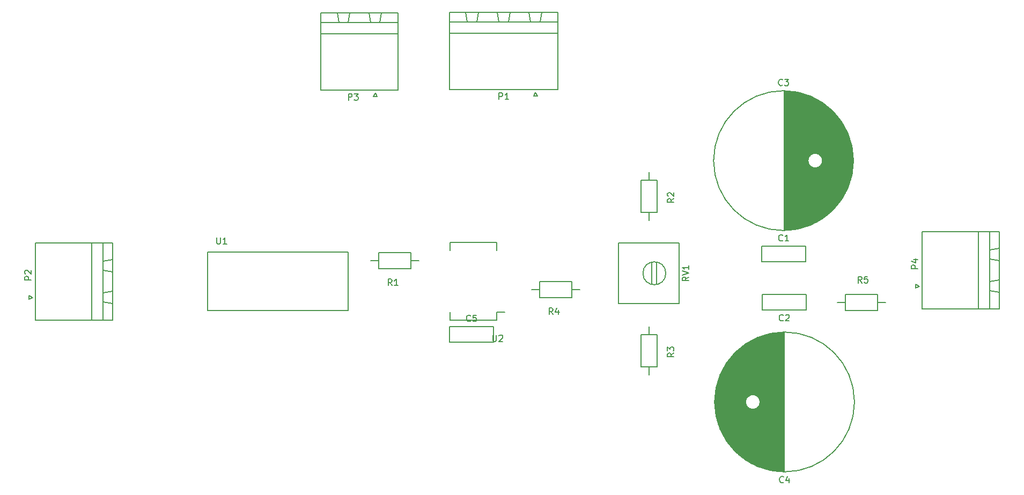
<source format=gbr>
G04 #@! TF.FileFunction,Legend,Top*
%FSLAX46Y46*%
G04 Gerber Fmt 4.6, Leading zero omitted, Abs format (unit mm)*
G04 Created by KiCad (PCBNEW 4.0.4-stable) date 2016 December 04, Sunday 22:34:29*
%MOMM*%
%LPD*%
G01*
G04 APERTURE LIST*
%ADD10C,0.100000*%
%ADD11C,0.150000*%
G04 APERTURE END LIST*
D10*
D11*
X184928000Y-102382000D02*
X191928000Y-102382000D01*
X191928000Y-102382000D02*
X191928000Y-104882000D01*
X191928000Y-104882000D02*
X184928000Y-104882000D01*
X184928000Y-104882000D02*
X184928000Y-102382000D01*
X192008000Y-112502000D02*
X185008000Y-112502000D01*
X185008000Y-112502000D02*
X185008000Y-110002000D01*
X185008000Y-110002000D02*
X192008000Y-110002000D01*
X192008000Y-110002000D02*
X192008000Y-112502000D01*
X188463000Y-77900000D02*
X188463000Y-99900000D01*
X188603000Y-77902000D02*
X188603000Y-99898000D01*
X188743000Y-77906000D02*
X188743000Y-99894000D01*
X188883000Y-77911000D02*
X188883000Y-99889000D01*
X189023000Y-77918000D02*
X189023000Y-99882000D01*
X189163000Y-77927000D02*
X189163000Y-99873000D01*
X189303000Y-77938000D02*
X189303000Y-99862000D01*
X189443000Y-77951000D02*
X189443000Y-99849000D01*
X189583000Y-77965000D02*
X189583000Y-99835000D01*
X189723000Y-77981000D02*
X189723000Y-99819000D01*
X189863000Y-77999000D02*
X189863000Y-99801000D01*
X190003000Y-78019000D02*
X190003000Y-99781000D01*
X190143000Y-78041000D02*
X190143000Y-99759000D01*
X190283000Y-78064000D02*
X190283000Y-99736000D01*
X190423000Y-78090000D02*
X190423000Y-99710000D01*
X190563000Y-78117000D02*
X190563000Y-99683000D01*
X190703000Y-78146000D02*
X190703000Y-99654000D01*
X190843000Y-78177000D02*
X190843000Y-99623000D01*
X190983000Y-78210000D02*
X190983000Y-99590000D01*
X191123000Y-78245000D02*
X191123000Y-99555000D01*
X191263000Y-78282000D02*
X191263000Y-99518000D01*
X191403000Y-78321000D02*
X191403000Y-99479000D01*
X191543000Y-78362000D02*
X191543000Y-99438000D01*
X191683000Y-78405000D02*
X191683000Y-99395000D01*
X191823000Y-78450000D02*
X191823000Y-99350000D01*
X191963000Y-78497000D02*
X191963000Y-99303000D01*
X192103000Y-78546000D02*
X192103000Y-99254000D01*
X192243000Y-78598000D02*
X192243000Y-88793000D01*
X192243000Y-89007000D02*
X192243000Y-99202000D01*
X192383000Y-78651000D02*
X192383000Y-88341000D01*
X192383000Y-89459000D02*
X192383000Y-99149000D01*
X192523000Y-78707000D02*
X192523000Y-88142000D01*
X192523000Y-89658000D02*
X192523000Y-99093000D01*
X192663000Y-78765000D02*
X192663000Y-88007000D01*
X192663000Y-89793000D02*
X192663000Y-99035000D01*
X192803000Y-78825000D02*
X192803000Y-87910000D01*
X192803000Y-89890000D02*
X192803000Y-98975000D01*
X192943000Y-78887000D02*
X192943000Y-87840000D01*
X192943000Y-89960000D02*
X192943000Y-98913000D01*
X193083000Y-78952000D02*
X193083000Y-87791000D01*
X193083000Y-90009000D02*
X193083000Y-98848000D01*
X193223000Y-79020000D02*
X193223000Y-87762000D01*
X193223000Y-90038000D02*
X193223000Y-98780000D01*
X193363000Y-79089000D02*
X193363000Y-87750000D01*
X193363000Y-90050000D02*
X193363000Y-98711000D01*
X193503000Y-79162000D02*
X193503000Y-87756000D01*
X193503000Y-90044000D02*
X193503000Y-98638000D01*
X193643000Y-79236000D02*
X193643000Y-87779000D01*
X193643000Y-90021000D02*
X193643000Y-98564000D01*
X193783000Y-79314000D02*
X193783000Y-87820000D01*
X193783000Y-89980000D02*
X193783000Y-98486000D01*
X193923000Y-79394000D02*
X193923000Y-87882000D01*
X193923000Y-89918000D02*
X193923000Y-98406000D01*
X194063000Y-79477000D02*
X194063000Y-87969000D01*
X194063000Y-89831000D02*
X194063000Y-98323000D01*
X194203000Y-79563000D02*
X194203000Y-88089000D01*
X194203000Y-89711000D02*
X194203000Y-98237000D01*
X194343000Y-79651000D02*
X194343000Y-88259000D01*
X194343000Y-89541000D02*
X194343000Y-98149000D01*
X194483000Y-79743000D02*
X194483000Y-88549000D01*
X194483000Y-89251000D02*
X194483000Y-98057000D01*
X194623000Y-79838000D02*
X194623000Y-97962000D01*
X194763000Y-79936000D02*
X194763000Y-97864000D01*
X194903000Y-80037000D02*
X194903000Y-97763000D01*
X195043000Y-80142000D02*
X195043000Y-97658000D01*
X195183000Y-80250000D02*
X195183000Y-97550000D01*
X195323000Y-80362000D02*
X195323000Y-97438000D01*
X195463000Y-80477000D02*
X195463000Y-97323000D01*
X195603000Y-80597000D02*
X195603000Y-97203000D01*
X195743000Y-80721000D02*
X195743000Y-97079000D01*
X195883000Y-80849000D02*
X195883000Y-96951000D01*
X196023000Y-80981000D02*
X196023000Y-96819000D01*
X196163000Y-81119000D02*
X196163000Y-96681000D01*
X196303000Y-81261000D02*
X196303000Y-96539000D01*
X196443000Y-81409000D02*
X196443000Y-96391000D01*
X196583000Y-81562000D02*
X196583000Y-96238000D01*
X196723000Y-81722000D02*
X196723000Y-96078000D01*
X196863000Y-81888000D02*
X196863000Y-95912000D01*
X197003000Y-82060000D02*
X197003000Y-95740000D01*
X197143000Y-82240000D02*
X197143000Y-95560000D01*
X197283000Y-82429000D02*
X197283000Y-95371000D01*
X197423000Y-82626000D02*
X197423000Y-95174000D01*
X197563000Y-82832000D02*
X197563000Y-94968000D01*
X197703000Y-83049000D02*
X197703000Y-94751000D01*
X197843000Y-83278000D02*
X197843000Y-94522000D01*
X197983000Y-83521000D02*
X197983000Y-94279000D01*
X198123000Y-83778000D02*
X198123000Y-94022000D01*
X198263000Y-84054000D02*
X198263000Y-93746000D01*
X198403000Y-84350000D02*
X198403000Y-93450000D01*
X198543000Y-84672000D02*
X198543000Y-93128000D01*
X198683000Y-85025000D02*
X198683000Y-92775000D01*
X198823000Y-85420000D02*
X198823000Y-92380000D01*
X198963000Y-85872000D02*
X198963000Y-91928000D01*
X199103000Y-86412000D02*
X199103000Y-91388000D01*
X199243000Y-87120000D02*
X199243000Y-90680000D01*
X199383000Y-88568000D02*
X199383000Y-89232000D01*
X194538000Y-88900000D02*
G75*
G03X194538000Y-88900000I-1150000J0D01*
G01*
X199425500Y-88900000D02*
G75*
G03X199425500Y-88900000I-11037500J0D01*
G01*
X188473000Y-138000000D02*
X188473000Y-116000000D01*
X188333000Y-137998000D02*
X188333000Y-116002000D01*
X188193000Y-137994000D02*
X188193000Y-116006000D01*
X188053000Y-137989000D02*
X188053000Y-116011000D01*
X187913000Y-137982000D02*
X187913000Y-116018000D01*
X187773000Y-137973000D02*
X187773000Y-116027000D01*
X187633000Y-137962000D02*
X187633000Y-116038000D01*
X187493000Y-137949000D02*
X187493000Y-116051000D01*
X187353000Y-137935000D02*
X187353000Y-116065000D01*
X187213000Y-137919000D02*
X187213000Y-116081000D01*
X187073000Y-137901000D02*
X187073000Y-116099000D01*
X186933000Y-137881000D02*
X186933000Y-116119000D01*
X186793000Y-137859000D02*
X186793000Y-116141000D01*
X186653000Y-137836000D02*
X186653000Y-116164000D01*
X186513000Y-137810000D02*
X186513000Y-116190000D01*
X186373000Y-137783000D02*
X186373000Y-116217000D01*
X186233000Y-137754000D02*
X186233000Y-116246000D01*
X186093000Y-137723000D02*
X186093000Y-116277000D01*
X185953000Y-137690000D02*
X185953000Y-116310000D01*
X185813000Y-137655000D02*
X185813000Y-116345000D01*
X185673000Y-137618000D02*
X185673000Y-116382000D01*
X185533000Y-137579000D02*
X185533000Y-116421000D01*
X185393000Y-137538000D02*
X185393000Y-116462000D01*
X185253000Y-137495000D02*
X185253000Y-116505000D01*
X185113000Y-137450000D02*
X185113000Y-116550000D01*
X184973000Y-137403000D02*
X184973000Y-116597000D01*
X184833000Y-137354000D02*
X184833000Y-116646000D01*
X184693000Y-137302000D02*
X184693000Y-127107000D01*
X184693000Y-126893000D02*
X184693000Y-116698000D01*
X184553000Y-137249000D02*
X184553000Y-127559000D01*
X184553000Y-126441000D02*
X184553000Y-116751000D01*
X184413000Y-137193000D02*
X184413000Y-127758000D01*
X184413000Y-126242000D02*
X184413000Y-116807000D01*
X184273000Y-137135000D02*
X184273000Y-127893000D01*
X184273000Y-126107000D02*
X184273000Y-116865000D01*
X184133000Y-137075000D02*
X184133000Y-127990000D01*
X184133000Y-126010000D02*
X184133000Y-116925000D01*
X183993000Y-137013000D02*
X183993000Y-128060000D01*
X183993000Y-125940000D02*
X183993000Y-116987000D01*
X183853000Y-136948000D02*
X183853000Y-128109000D01*
X183853000Y-125891000D02*
X183853000Y-117052000D01*
X183713000Y-136880000D02*
X183713000Y-128138000D01*
X183713000Y-125862000D02*
X183713000Y-117120000D01*
X183573000Y-136811000D02*
X183573000Y-128150000D01*
X183573000Y-125850000D02*
X183573000Y-117189000D01*
X183433000Y-136738000D02*
X183433000Y-128144000D01*
X183433000Y-125856000D02*
X183433000Y-117262000D01*
X183293000Y-136664000D02*
X183293000Y-128121000D01*
X183293000Y-125879000D02*
X183293000Y-117336000D01*
X183153000Y-136586000D02*
X183153000Y-128080000D01*
X183153000Y-125920000D02*
X183153000Y-117414000D01*
X183013000Y-136506000D02*
X183013000Y-128018000D01*
X183013000Y-125982000D02*
X183013000Y-117494000D01*
X182873000Y-136423000D02*
X182873000Y-127931000D01*
X182873000Y-126069000D02*
X182873000Y-117577000D01*
X182733000Y-136337000D02*
X182733000Y-127811000D01*
X182733000Y-126189000D02*
X182733000Y-117663000D01*
X182593000Y-136249000D02*
X182593000Y-127641000D01*
X182593000Y-126359000D02*
X182593000Y-117751000D01*
X182453000Y-136157000D02*
X182453000Y-127351000D01*
X182453000Y-126649000D02*
X182453000Y-117843000D01*
X182313000Y-136062000D02*
X182313000Y-117938000D01*
X182173000Y-135964000D02*
X182173000Y-118036000D01*
X182033000Y-135863000D02*
X182033000Y-118137000D01*
X181893000Y-135758000D02*
X181893000Y-118242000D01*
X181753000Y-135650000D02*
X181753000Y-118350000D01*
X181613000Y-135538000D02*
X181613000Y-118462000D01*
X181473000Y-135423000D02*
X181473000Y-118577000D01*
X181333000Y-135303000D02*
X181333000Y-118697000D01*
X181193000Y-135179000D02*
X181193000Y-118821000D01*
X181053000Y-135051000D02*
X181053000Y-118949000D01*
X180913000Y-134919000D02*
X180913000Y-119081000D01*
X180773000Y-134781000D02*
X180773000Y-119219000D01*
X180633000Y-134639000D02*
X180633000Y-119361000D01*
X180493000Y-134491000D02*
X180493000Y-119509000D01*
X180353000Y-134338000D02*
X180353000Y-119662000D01*
X180213000Y-134178000D02*
X180213000Y-119822000D01*
X180073000Y-134012000D02*
X180073000Y-119988000D01*
X179933000Y-133840000D02*
X179933000Y-120160000D01*
X179793000Y-133660000D02*
X179793000Y-120340000D01*
X179653000Y-133471000D02*
X179653000Y-120529000D01*
X179513000Y-133274000D02*
X179513000Y-120726000D01*
X179373000Y-133068000D02*
X179373000Y-120932000D01*
X179233000Y-132851000D02*
X179233000Y-121149000D01*
X179093000Y-132622000D02*
X179093000Y-121378000D01*
X178953000Y-132379000D02*
X178953000Y-121621000D01*
X178813000Y-132122000D02*
X178813000Y-121878000D01*
X178673000Y-131846000D02*
X178673000Y-122154000D01*
X178533000Y-131550000D02*
X178533000Y-122450000D01*
X178393000Y-131228000D02*
X178393000Y-122772000D01*
X178253000Y-130875000D02*
X178253000Y-123125000D01*
X178113000Y-130480000D02*
X178113000Y-123520000D01*
X177973000Y-130028000D02*
X177973000Y-123972000D01*
X177833000Y-129488000D02*
X177833000Y-124512000D01*
X177693000Y-128780000D02*
X177693000Y-125220000D01*
X177553000Y-127332000D02*
X177553000Y-126668000D01*
X184698000Y-127000000D02*
G75*
G03X184698000Y-127000000I-1150000J0D01*
G01*
X199585500Y-127000000D02*
G75*
G03X199585500Y-127000000I-11037500J0D01*
G01*
X135652000Y-115082000D02*
X142652000Y-115082000D01*
X142652000Y-115082000D02*
X142652000Y-117582000D01*
X142652000Y-117582000D02*
X135652000Y-117582000D01*
X135652000Y-117582000D02*
X135652000Y-115082000D01*
X152805000Y-77645000D02*
X152805000Y-65485000D01*
X152805000Y-65485000D02*
X135645000Y-65485000D01*
X135645000Y-65485000D02*
X135645000Y-77645000D01*
X135645000Y-77645000D02*
X152805000Y-77645000D01*
X152805000Y-66985000D02*
X152805000Y-68785000D01*
X152805000Y-68785000D02*
X135645000Y-68785000D01*
X135645000Y-68785000D02*
X135645000Y-66985000D01*
X135645000Y-66985000D02*
X152805000Y-66985000D01*
X150225000Y-65485000D02*
X148225000Y-65485000D01*
X148225000Y-65485000D02*
X148475000Y-66985000D01*
X148475000Y-66985000D02*
X149975000Y-66985000D01*
X149975000Y-66985000D02*
X150225000Y-65485000D01*
X145225000Y-65485000D02*
X143225000Y-65485000D01*
X143225000Y-65485000D02*
X143475000Y-66985000D01*
X143475000Y-66985000D02*
X144975000Y-66985000D01*
X144975000Y-66985000D02*
X145225000Y-65485000D01*
X140225000Y-65485000D02*
X138225000Y-65485000D01*
X138225000Y-65485000D02*
X138475000Y-66985000D01*
X138475000Y-66985000D02*
X139975000Y-66985000D01*
X139975000Y-66985000D02*
X140225000Y-65485000D01*
X149225000Y-78065000D02*
X148925000Y-78665000D01*
X148925000Y-78665000D02*
X149525000Y-78665000D01*
X149525000Y-78665000D02*
X149225000Y-78065000D01*
X70310000Y-114070000D02*
X82470000Y-114070000D01*
X82470000Y-114070000D02*
X82470000Y-101910000D01*
X82470000Y-101910000D02*
X70310000Y-101910000D01*
X70310000Y-101910000D02*
X70310000Y-114070000D01*
X80970000Y-114070000D02*
X79170000Y-114070000D01*
X79170000Y-114070000D02*
X79170000Y-101910000D01*
X79170000Y-101910000D02*
X80970000Y-101910000D01*
X80970000Y-101910000D02*
X80970000Y-114070000D01*
X82470000Y-111490000D02*
X82470000Y-109490000D01*
X82470000Y-109490000D02*
X80970000Y-109740000D01*
X80970000Y-109740000D02*
X80970000Y-111240000D01*
X80970000Y-111240000D02*
X82470000Y-111490000D01*
X82470000Y-106490000D02*
X82470000Y-104490000D01*
X82470000Y-104490000D02*
X80970000Y-104740000D01*
X80970000Y-104740000D02*
X80970000Y-106240000D01*
X80970000Y-106240000D02*
X82470000Y-106490000D01*
X69890000Y-110490000D02*
X69290000Y-110190000D01*
X69290000Y-110190000D02*
X69290000Y-110790000D01*
X69290000Y-110790000D02*
X69890000Y-110490000D01*
X127532000Y-77772000D02*
X127532000Y-65612000D01*
X127532000Y-65612000D02*
X115372000Y-65612000D01*
X115372000Y-65612000D02*
X115372000Y-77772000D01*
X115372000Y-77772000D02*
X127532000Y-77772000D01*
X127532000Y-67112000D02*
X127532000Y-68912000D01*
X127532000Y-68912000D02*
X115372000Y-68912000D01*
X115372000Y-68912000D02*
X115372000Y-67112000D01*
X115372000Y-67112000D02*
X127532000Y-67112000D01*
X124952000Y-65612000D02*
X122952000Y-65612000D01*
X122952000Y-65612000D02*
X123202000Y-67112000D01*
X123202000Y-67112000D02*
X124702000Y-67112000D01*
X124702000Y-67112000D02*
X124952000Y-65612000D01*
X119952000Y-65612000D02*
X117952000Y-65612000D01*
X117952000Y-65612000D02*
X118202000Y-67112000D01*
X118202000Y-67112000D02*
X119702000Y-67112000D01*
X119702000Y-67112000D02*
X119952000Y-65612000D01*
X123952000Y-78192000D02*
X123652000Y-78792000D01*
X123652000Y-78792000D02*
X124252000Y-78792000D01*
X124252000Y-78792000D02*
X123952000Y-78192000D01*
X210264000Y-112292000D02*
X222424000Y-112292000D01*
X222424000Y-112292000D02*
X222424000Y-100132000D01*
X222424000Y-100132000D02*
X210264000Y-100132000D01*
X210264000Y-100132000D02*
X210264000Y-112292000D01*
X220924000Y-112292000D02*
X219124000Y-112292000D01*
X219124000Y-112292000D02*
X219124000Y-100132000D01*
X219124000Y-100132000D02*
X220924000Y-100132000D01*
X220924000Y-100132000D02*
X220924000Y-112292000D01*
X222424000Y-109712000D02*
X222424000Y-107712000D01*
X222424000Y-107712000D02*
X220924000Y-107962000D01*
X220924000Y-107962000D02*
X220924000Y-109462000D01*
X220924000Y-109462000D02*
X222424000Y-109712000D01*
X222424000Y-104712000D02*
X222424000Y-102712000D01*
X222424000Y-102712000D02*
X220924000Y-102962000D01*
X220924000Y-102962000D02*
X220924000Y-104462000D01*
X220924000Y-104462000D02*
X222424000Y-104712000D01*
X209844000Y-108712000D02*
X209244000Y-108412000D01*
X209244000Y-108412000D02*
X209244000Y-109012000D01*
X209244000Y-109012000D02*
X209844000Y-108712000D01*
X129540000Y-105918000D02*
X124460000Y-105918000D01*
X124460000Y-105918000D02*
X124460000Y-103378000D01*
X124460000Y-103378000D02*
X129540000Y-103378000D01*
X129540000Y-103378000D02*
X129540000Y-105918000D01*
X129540000Y-104648000D02*
X130810000Y-104648000D01*
X124460000Y-104648000D02*
X123190000Y-104648000D01*
X168402000Y-91948000D02*
X168402000Y-97028000D01*
X168402000Y-97028000D02*
X165862000Y-97028000D01*
X165862000Y-97028000D02*
X165862000Y-91948000D01*
X165862000Y-91948000D02*
X168402000Y-91948000D01*
X167132000Y-91948000D02*
X167132000Y-90678000D01*
X167132000Y-97028000D02*
X167132000Y-98298000D01*
X168402000Y-116332000D02*
X168402000Y-121412000D01*
X168402000Y-121412000D02*
X165862000Y-121412000D01*
X165862000Y-121412000D02*
X165862000Y-116332000D01*
X165862000Y-116332000D02*
X168402000Y-116332000D01*
X167132000Y-116332000D02*
X167132000Y-115062000D01*
X167132000Y-121412000D02*
X167132000Y-122682000D01*
X154940000Y-110490000D02*
X149860000Y-110490000D01*
X149860000Y-110490000D02*
X149860000Y-107950000D01*
X149860000Y-107950000D02*
X154940000Y-107950000D01*
X154940000Y-107950000D02*
X154940000Y-110490000D01*
X154940000Y-109220000D02*
X156210000Y-109220000D01*
X149860000Y-109220000D02*
X148590000Y-109220000D01*
X198120000Y-109982000D02*
X203200000Y-109982000D01*
X203200000Y-109982000D02*
X203200000Y-112522000D01*
X203200000Y-112522000D02*
X198120000Y-112522000D01*
X198120000Y-112522000D02*
X198120000Y-109982000D01*
X198120000Y-111252000D02*
X196850000Y-111252000D01*
X203200000Y-111252000D02*
X204470000Y-111252000D01*
X168387000Y-104980000D02*
X168387000Y-108380000D01*
X167627000Y-104980000D02*
X167627000Y-108380000D01*
X171897000Y-101915000D02*
X171897000Y-111445000D01*
X171897000Y-111445000D02*
X162367000Y-111445000D01*
X162367000Y-111445000D02*
X162367000Y-101915000D01*
X162367000Y-101915000D02*
X171897000Y-101915000D01*
X169808735Y-106680000D02*
G75*
G03X169808735Y-106680000I-1801735J0D01*
G01*
X119685000Y-103300000D02*
X119685000Y-112600000D01*
X97485000Y-103300000D02*
X97485000Y-112600000D01*
X97485000Y-112600000D02*
X119685000Y-112600000D01*
X97485000Y-103300000D02*
X119685000Y-103300000D01*
X143121000Y-114055000D02*
X143121000Y-112785000D01*
X135771000Y-114055000D02*
X135771000Y-112785000D01*
X135771000Y-101845000D02*
X135771000Y-103115000D01*
X143121000Y-101845000D02*
X143121000Y-103115000D01*
X143121000Y-114055000D02*
X135771000Y-114055000D01*
X143121000Y-101845000D02*
X135771000Y-101845000D01*
X143121000Y-112785000D02*
X144406000Y-112785000D01*
X188261334Y-101489143D02*
X188213715Y-101536762D01*
X188070858Y-101584381D01*
X187975620Y-101584381D01*
X187832762Y-101536762D01*
X187737524Y-101441524D01*
X187689905Y-101346286D01*
X187642286Y-101155810D01*
X187642286Y-101012952D01*
X187689905Y-100822476D01*
X187737524Y-100727238D01*
X187832762Y-100632000D01*
X187975620Y-100584381D01*
X188070858Y-100584381D01*
X188213715Y-100632000D01*
X188261334Y-100679619D01*
X189213715Y-101584381D02*
X188642286Y-101584381D01*
X188928000Y-101584381D02*
X188928000Y-100584381D01*
X188832762Y-100727238D01*
X188737524Y-100822476D01*
X188642286Y-100870095D01*
X188341334Y-114109143D02*
X188293715Y-114156762D01*
X188150858Y-114204381D01*
X188055620Y-114204381D01*
X187912762Y-114156762D01*
X187817524Y-114061524D01*
X187769905Y-113966286D01*
X187722286Y-113775810D01*
X187722286Y-113632952D01*
X187769905Y-113442476D01*
X187817524Y-113347238D01*
X187912762Y-113252000D01*
X188055620Y-113204381D01*
X188150858Y-113204381D01*
X188293715Y-113252000D01*
X188341334Y-113299619D01*
X188722286Y-113299619D02*
X188769905Y-113252000D01*
X188865143Y-113204381D01*
X189103239Y-113204381D01*
X189198477Y-113252000D01*
X189246096Y-113299619D01*
X189293715Y-113394857D01*
X189293715Y-113490095D01*
X189246096Y-113632952D01*
X188674667Y-114204381D01*
X189293715Y-114204381D01*
X188221334Y-76957143D02*
X188173715Y-77004762D01*
X188030858Y-77052381D01*
X187935620Y-77052381D01*
X187792762Y-77004762D01*
X187697524Y-76909524D01*
X187649905Y-76814286D01*
X187602286Y-76623810D01*
X187602286Y-76480952D01*
X187649905Y-76290476D01*
X187697524Y-76195238D01*
X187792762Y-76100000D01*
X187935620Y-76052381D01*
X188030858Y-76052381D01*
X188173715Y-76100000D01*
X188221334Y-76147619D01*
X188554667Y-76052381D02*
X189173715Y-76052381D01*
X188840381Y-76433333D01*
X188983239Y-76433333D01*
X189078477Y-76480952D01*
X189126096Y-76528571D01*
X189173715Y-76623810D01*
X189173715Y-76861905D01*
X189126096Y-76957143D01*
X189078477Y-77004762D01*
X188983239Y-77052381D01*
X188697524Y-77052381D01*
X188602286Y-77004762D01*
X188554667Y-76957143D01*
X188381334Y-139657143D02*
X188333715Y-139704762D01*
X188190858Y-139752381D01*
X188095620Y-139752381D01*
X187952762Y-139704762D01*
X187857524Y-139609524D01*
X187809905Y-139514286D01*
X187762286Y-139323810D01*
X187762286Y-139180952D01*
X187809905Y-138990476D01*
X187857524Y-138895238D01*
X187952762Y-138800000D01*
X188095620Y-138752381D01*
X188190858Y-138752381D01*
X188333715Y-138800000D01*
X188381334Y-138847619D01*
X189238477Y-139085714D02*
X189238477Y-139752381D01*
X189000381Y-138704762D02*
X188762286Y-139419048D01*
X189381334Y-139419048D01*
X138985334Y-114189143D02*
X138937715Y-114236762D01*
X138794858Y-114284381D01*
X138699620Y-114284381D01*
X138556762Y-114236762D01*
X138461524Y-114141524D01*
X138413905Y-114046286D01*
X138366286Y-113855810D01*
X138366286Y-113712952D01*
X138413905Y-113522476D01*
X138461524Y-113427238D01*
X138556762Y-113332000D01*
X138699620Y-113284381D01*
X138794858Y-113284381D01*
X138937715Y-113332000D01*
X138985334Y-113379619D01*
X139890096Y-113284381D02*
X139413905Y-113284381D01*
X139366286Y-113760571D01*
X139413905Y-113712952D01*
X139509143Y-113665333D01*
X139747239Y-113665333D01*
X139842477Y-113712952D01*
X139890096Y-113760571D01*
X139937715Y-113855810D01*
X139937715Y-114093905D01*
X139890096Y-114189143D01*
X139842477Y-114236762D01*
X139747239Y-114284381D01*
X139509143Y-114284381D01*
X139413905Y-114236762D01*
X139366286Y-114189143D01*
X143486905Y-79217381D02*
X143486905Y-78217381D01*
X143867858Y-78217381D01*
X143963096Y-78265000D01*
X144010715Y-78312619D01*
X144058334Y-78407857D01*
X144058334Y-78550714D01*
X144010715Y-78645952D01*
X143963096Y-78693571D01*
X143867858Y-78741190D01*
X143486905Y-78741190D01*
X145010715Y-79217381D02*
X144439286Y-79217381D01*
X144725000Y-79217381D02*
X144725000Y-78217381D01*
X144629762Y-78360238D01*
X144534524Y-78455476D01*
X144439286Y-78503095D01*
X69642381Y-107728095D02*
X68642381Y-107728095D01*
X68642381Y-107347142D01*
X68690000Y-107251904D01*
X68737619Y-107204285D01*
X68832857Y-107156666D01*
X68975714Y-107156666D01*
X69070952Y-107204285D01*
X69118571Y-107251904D01*
X69166190Y-107347142D01*
X69166190Y-107728095D01*
X68737619Y-106775714D02*
X68690000Y-106728095D01*
X68642381Y-106632857D01*
X68642381Y-106394761D01*
X68690000Y-106299523D01*
X68737619Y-106251904D01*
X68832857Y-106204285D01*
X68928095Y-106204285D01*
X69070952Y-106251904D01*
X69642381Y-106823333D01*
X69642381Y-106204285D01*
X119713905Y-79344381D02*
X119713905Y-78344381D01*
X120094858Y-78344381D01*
X120190096Y-78392000D01*
X120237715Y-78439619D01*
X120285334Y-78534857D01*
X120285334Y-78677714D01*
X120237715Y-78772952D01*
X120190096Y-78820571D01*
X120094858Y-78868190D01*
X119713905Y-78868190D01*
X120618667Y-78344381D02*
X121237715Y-78344381D01*
X120904381Y-78725333D01*
X121047239Y-78725333D01*
X121142477Y-78772952D01*
X121190096Y-78820571D01*
X121237715Y-78915810D01*
X121237715Y-79153905D01*
X121190096Y-79249143D01*
X121142477Y-79296762D01*
X121047239Y-79344381D01*
X120761524Y-79344381D01*
X120666286Y-79296762D01*
X120618667Y-79249143D01*
X209596381Y-105950095D02*
X208596381Y-105950095D01*
X208596381Y-105569142D01*
X208644000Y-105473904D01*
X208691619Y-105426285D01*
X208786857Y-105378666D01*
X208929714Y-105378666D01*
X209024952Y-105426285D01*
X209072571Y-105473904D01*
X209120190Y-105569142D01*
X209120190Y-105950095D01*
X208929714Y-104521523D02*
X209596381Y-104521523D01*
X208548762Y-104759619D02*
X209263048Y-104997714D01*
X209263048Y-104378666D01*
X126584414Y-108600501D02*
X126251080Y-108124310D01*
X126012985Y-108600501D02*
X126012985Y-107600501D01*
X126393938Y-107600501D01*
X126489176Y-107648120D01*
X126536795Y-107695739D01*
X126584414Y-107790977D01*
X126584414Y-107933834D01*
X126536795Y-108029072D01*
X126489176Y-108076691D01*
X126393938Y-108124310D01*
X126012985Y-108124310D01*
X127536795Y-108600501D02*
X126965366Y-108600501D01*
X127251080Y-108600501D02*
X127251080Y-107600501D01*
X127155842Y-107743358D01*
X127060604Y-107838596D01*
X126965366Y-107886215D01*
X171084501Y-94903586D02*
X170608310Y-95236920D01*
X171084501Y-95475015D02*
X170084501Y-95475015D01*
X170084501Y-95094062D01*
X170132120Y-94998824D01*
X170179739Y-94951205D01*
X170274977Y-94903586D01*
X170417834Y-94903586D01*
X170513072Y-94951205D01*
X170560691Y-94998824D01*
X170608310Y-95094062D01*
X170608310Y-95475015D01*
X170179739Y-94522634D02*
X170132120Y-94475015D01*
X170084501Y-94379777D01*
X170084501Y-94141681D01*
X170132120Y-94046443D01*
X170179739Y-93998824D01*
X170274977Y-93951205D01*
X170370215Y-93951205D01*
X170513072Y-93998824D01*
X171084501Y-94570253D01*
X171084501Y-93951205D01*
X171084501Y-119287586D02*
X170608310Y-119620920D01*
X171084501Y-119859015D02*
X170084501Y-119859015D01*
X170084501Y-119478062D01*
X170132120Y-119382824D01*
X170179739Y-119335205D01*
X170274977Y-119287586D01*
X170417834Y-119287586D01*
X170513072Y-119335205D01*
X170560691Y-119382824D01*
X170608310Y-119478062D01*
X170608310Y-119859015D01*
X170084501Y-118954253D02*
X170084501Y-118335205D01*
X170465453Y-118668539D01*
X170465453Y-118525681D01*
X170513072Y-118430443D01*
X170560691Y-118382824D01*
X170655930Y-118335205D01*
X170894025Y-118335205D01*
X170989263Y-118382824D01*
X171036882Y-118430443D01*
X171084501Y-118525681D01*
X171084501Y-118811396D01*
X171036882Y-118906634D01*
X170989263Y-118954253D01*
X151984414Y-113172501D02*
X151651080Y-112696310D01*
X151412985Y-113172501D02*
X151412985Y-112172501D01*
X151793938Y-112172501D01*
X151889176Y-112220120D01*
X151936795Y-112267739D01*
X151984414Y-112362977D01*
X151984414Y-112505834D01*
X151936795Y-112601072D01*
X151889176Y-112648691D01*
X151793938Y-112696310D01*
X151412985Y-112696310D01*
X152841557Y-112505834D02*
X152841557Y-113172501D01*
X152603461Y-112124882D02*
X152365366Y-112839168D01*
X152984414Y-112839168D01*
X200742254Y-108204261D02*
X200408920Y-107728070D01*
X200170825Y-108204261D02*
X200170825Y-107204261D01*
X200551778Y-107204261D01*
X200647016Y-107251880D01*
X200694635Y-107299499D01*
X200742254Y-107394737D01*
X200742254Y-107537594D01*
X200694635Y-107632832D01*
X200647016Y-107680451D01*
X200551778Y-107728070D01*
X200170825Y-107728070D01*
X201647016Y-107204261D02*
X201170825Y-107204261D01*
X201123206Y-107680451D01*
X201170825Y-107632832D01*
X201266063Y-107585213D01*
X201504159Y-107585213D01*
X201599397Y-107632832D01*
X201647016Y-107680451D01*
X201694635Y-107775690D01*
X201694635Y-108013785D01*
X201647016Y-108109023D01*
X201599397Y-108156642D01*
X201504159Y-108204261D01*
X201266063Y-108204261D01*
X201170825Y-108156642D01*
X201123206Y-108109023D01*
X173426381Y-107275238D02*
X172950190Y-107608572D01*
X173426381Y-107846667D02*
X172426381Y-107846667D01*
X172426381Y-107465714D01*
X172474000Y-107370476D01*
X172521619Y-107322857D01*
X172616857Y-107275238D01*
X172759714Y-107275238D01*
X172854952Y-107322857D01*
X172902571Y-107370476D01*
X172950190Y-107465714D01*
X172950190Y-107846667D01*
X172426381Y-106989524D02*
X173426381Y-106656191D01*
X172426381Y-106322857D01*
X173426381Y-105465714D02*
X173426381Y-106037143D01*
X173426381Y-105751429D02*
X172426381Y-105751429D01*
X172569238Y-105846667D01*
X172664476Y-105941905D01*
X172712095Y-106037143D01*
X98933095Y-101052381D02*
X98933095Y-101861905D01*
X98980714Y-101957143D01*
X99028333Y-102004762D01*
X99123571Y-102052381D01*
X99314048Y-102052381D01*
X99409286Y-102004762D01*
X99456905Y-101957143D01*
X99504524Y-101861905D01*
X99504524Y-101052381D01*
X100504524Y-102052381D02*
X99933095Y-102052381D01*
X100218809Y-102052381D02*
X100218809Y-101052381D01*
X100123571Y-101195238D01*
X100028333Y-101290476D01*
X99933095Y-101338095D01*
X142494095Y-116432381D02*
X142494095Y-117241905D01*
X142541714Y-117337143D01*
X142589333Y-117384762D01*
X142684571Y-117432381D01*
X142875048Y-117432381D01*
X142970286Y-117384762D01*
X143017905Y-117337143D01*
X143065524Y-117241905D01*
X143065524Y-116432381D01*
X143494095Y-116527619D02*
X143541714Y-116480000D01*
X143636952Y-116432381D01*
X143875048Y-116432381D01*
X143970286Y-116480000D01*
X144017905Y-116527619D01*
X144065524Y-116622857D01*
X144065524Y-116718095D01*
X144017905Y-116860952D01*
X143446476Y-117432381D01*
X144065524Y-117432381D01*
M02*

</source>
